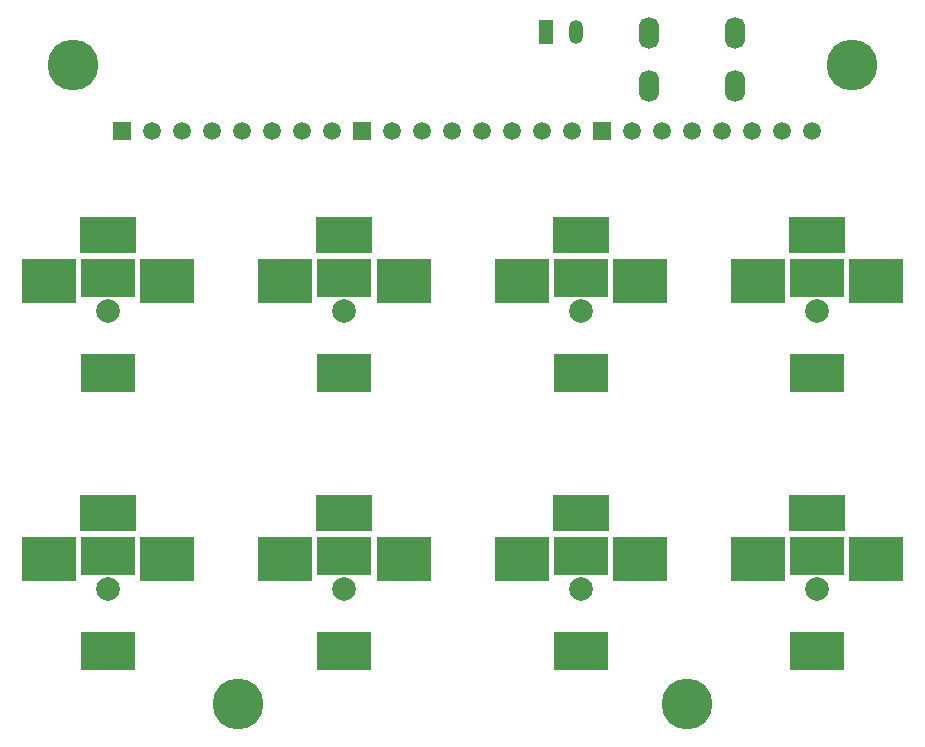
<source format=gbr>
%TF.GenerationSoftware,KiCad,Pcbnew,(6.0.0)*%
%TF.CreationDate,2023-02-05T23:33:58-08:00*%
%TF.ProjectId,button_pcb,62757474-6f6e-45f7-9063-622e6b696361,rev?*%
%TF.SameCoordinates,Original*%
%TF.FileFunction,Soldermask,Top*%
%TF.FilePolarity,Negative*%
%FSLAX46Y46*%
G04 Gerber Fmt 4.6, Leading zero omitted, Abs format (unit mm)*
G04 Created by KiCad (PCBNEW (6.0.0)) date 2023-02-05 23:33:58*
%MOMM*%
%LPD*%
G01*
G04 APERTURE LIST*
%ADD10C,2.000000*%
%ADD11R,4.600000X3.300000*%
%ADD12R,4.600000X3.800000*%
%ADD13R,4.800000X3.100000*%
%ADD14C,4.300000*%
%ADD15O,1.700000X2.700000*%
%ADD16R,1.500000X1.500000*%
%ADD17C,1.500000*%
%ADD18R,1.200000X2.000000*%
%ADD19O,1.200000X2.000000*%
G04 APERTURE END LIST*
D10*
%TO.C,S8*%
X69000000Y-76750000D03*
D11*
X69000000Y-73988000D03*
D12*
X64000000Y-74238000D03*
X74000000Y-74238000D03*
D13*
X69000000Y-70338000D03*
D11*
X69000000Y-81988000D03*
%TD*%
D14*
%TO.C,H6*%
X72000000Y-32400000D03*
%TD*%
D10*
%TO.C,S1*%
X9000000Y-53250000D03*
D11*
X9000000Y-50488000D03*
D12*
X4000000Y-50738000D03*
X14000000Y-50738000D03*
D13*
X9000000Y-46838000D03*
D11*
X9000000Y-58488000D03*
%TD*%
D14*
%TO.C,H5*%
X6000000Y-32400000D03*
%TD*%
D10*
%TO.C,S4*%
X69000000Y-53250000D03*
D11*
X69000000Y-50488000D03*
D12*
X64000000Y-50738000D03*
X74000000Y-50738000D03*
D13*
X69000000Y-46838000D03*
D11*
X69000000Y-58488000D03*
%TD*%
D15*
%TO.C,JPowerBankAsBattery1*%
X62103000Y-34221720D03*
X54803000Y-29711000D03*
X54803000Y-34221720D03*
X62103000Y-29711000D03*
%TD*%
D14*
%TO.C,H8*%
X20000000Y-86500000D03*
%TD*%
D10*
%TO.C,S7*%
X49000000Y-76750000D03*
D11*
X49000000Y-73988000D03*
D12*
X44000000Y-74238000D03*
X54000000Y-74238000D03*
D13*
X49000000Y-70338000D03*
D11*
X49000000Y-81988000D03*
%TD*%
D16*
%TO.C,T2*%
X30480000Y-38020000D03*
D17*
X33020000Y-38020000D03*
X35560000Y-38020000D03*
X38100000Y-38020000D03*
X40640000Y-38020000D03*
X43180000Y-38020000D03*
X45720000Y-38020000D03*
X48260000Y-38020000D03*
%TD*%
D16*
%TO.C,T1*%
X50800000Y-38020000D03*
D17*
X53340000Y-38020000D03*
X55880000Y-38020000D03*
X58420000Y-38020000D03*
X60960000Y-38020000D03*
X63500000Y-38020000D03*
X66040000Y-38020000D03*
X68580000Y-38020000D03*
%TD*%
D10*
%TO.C,S5*%
X9000000Y-76750000D03*
D11*
X9000000Y-73988000D03*
D12*
X4000000Y-74238000D03*
X14000000Y-74238000D03*
D13*
X9000000Y-70338000D03*
D11*
X9000000Y-81988000D03*
%TD*%
D10*
%TO.C,S2*%
X29000000Y-53250000D03*
D11*
X29000000Y-50488000D03*
D12*
X24000000Y-50738000D03*
X34000000Y-50738000D03*
D13*
X29000000Y-46838000D03*
D11*
X29000000Y-58488000D03*
%TD*%
D10*
%TO.C,S6*%
X29000000Y-76750000D03*
D11*
X29000000Y-73988000D03*
D12*
X24000000Y-74238000D03*
X34000000Y-74238000D03*
D13*
X29000000Y-70338000D03*
D11*
X29000000Y-81988000D03*
%TD*%
D16*
%TO.C,T3*%
X10160000Y-38020000D03*
D17*
X12700000Y-38020000D03*
X15240000Y-38020000D03*
X17780000Y-38020000D03*
X20320000Y-38020000D03*
X22860000Y-38020000D03*
X25400000Y-38020000D03*
X27940000Y-38020000D03*
%TD*%
D10*
%TO.C,S3*%
X49000000Y-53250000D03*
D11*
X49000000Y-50488000D03*
D12*
X44000000Y-50738000D03*
X54000000Y-50738000D03*
D13*
X49000000Y-46838000D03*
D11*
X49000000Y-58488000D03*
%TD*%
D14*
%TO.C,H7*%
X58000000Y-86500000D03*
%TD*%
D18*
%TO.C,T4*%
X46038600Y-29591000D03*
D19*
X48578600Y-29591000D03*
%TD*%
M02*

</source>
